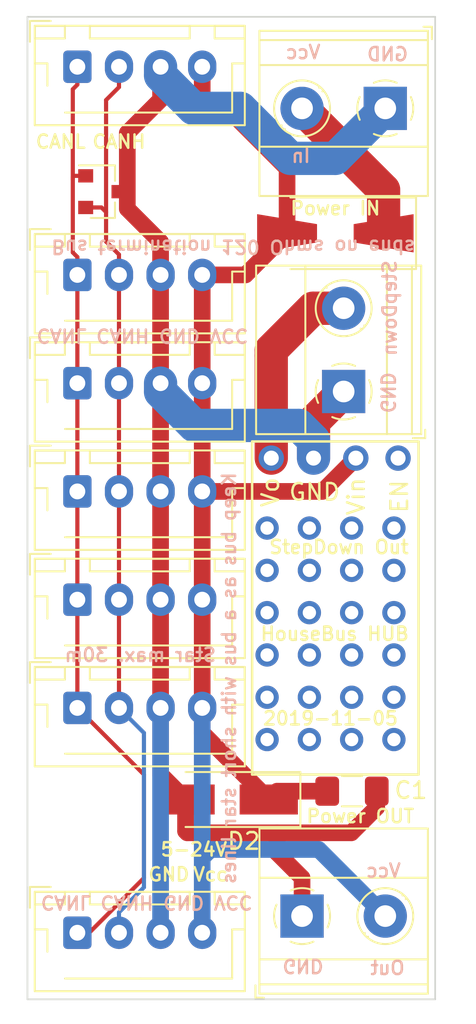
<source format=kicad_pcb>
(kicad_pcb (version 20171130) (host pcbnew 5.1.4)

  (general
    (thickness 1.6)
    (drawings 27)
    (tracks 122)
    (zones 0)
    (modules 17)
    (nets 7)
  )

  (page A4)
  (layers
    (0 F.Cu signal)
    (31 B.Cu signal)
    (32 B.Adhes user)
    (33 F.Adhes user)
    (34 B.Paste user)
    (35 F.Paste user)
    (36 B.SilkS user)
    (37 F.SilkS user)
    (38 B.Mask user)
    (39 F.Mask user)
    (40 Dwgs.User user)
    (41 Cmts.User user)
    (42 Eco1.User user)
    (43 Eco2.User user)
    (44 Edge.Cuts user)
    (45 Margin user)
    (46 B.CrtYd user)
    (47 F.CrtYd user)
    (48 B.Fab user)
    (49 F.Fab user)
  )

  (setup
    (last_trace_width 2)
    (user_trace_width 1)
    (user_trace_width 2)
    (trace_clearance 0.2)
    (zone_clearance 0.508)
    (zone_45_only no)
    (trace_min 0.2)
    (via_size 0.8)
    (via_drill 0.4)
    (via_min_size 0.4)
    (via_min_drill 0.3)
    (user_via 1.4 0.8)
    (uvia_size 0.3)
    (uvia_drill 0.1)
    (uvias_allowed no)
    (uvia_min_size 0.2)
    (uvia_min_drill 0.1)
    (edge_width 0.05)
    (segment_width 0.2)
    (pcb_text_width 0.3)
    (pcb_text_size 1.5 1.5)
    (mod_edge_width 0.12)
    (mod_text_size 1 1)
    (mod_text_width 0.15)
    (pad_size 1.524 1.524)
    (pad_drill 0.762)
    (pad_to_mask_clearance 0.051)
    (solder_mask_min_width 0.25)
    (aux_axis_origin 0 0)
    (visible_elements FFFFFF7F)
    (pcbplotparams
      (layerselection 0x010fc_ffffffff)
      (usegerberextensions false)
      (usegerberattributes false)
      (usegerberadvancedattributes false)
      (creategerberjobfile false)
      (excludeedgelayer true)
      (linewidth 0.100000)
      (plotframeref false)
      (viasonmask false)
      (mode 1)
      (useauxorigin false)
      (hpglpennumber 1)
      (hpglpenspeed 20)
      (hpglpendiameter 15.000000)
      (psnegative false)
      (psa4output false)
      (plotreference true)
      (plotvalue true)
      (plotinvisibletext false)
      (padsonsilk false)
      (subtractmaskfromsilk false)
      (outputformat 1)
      (mirror false)
      (drillshape 1)
      (scaleselection 1)
      (outputdirectory ""))
  )

  (net 0 "")
  (net 1 VCC)
  (net 2 GND)
  (net 3 CANH)
  (net 4 CANL)
  (net 5 "Net-(D1-Pad1)")
  (net 6 "Net-(J10-Pad2)")

  (net_class Default "Dies ist die voreingestellte Netzklasse."
    (clearance 0.2)
    (trace_width 0.25)
    (via_dia 0.8)
    (via_drill 0.4)
    (uvia_dia 0.3)
    (uvia_drill 0.1)
    (add_net CANH)
    (add_net CANL)
    (add_net GND)
    (add_net "Net-(D1-Pad1)")
    (add_net "Net-(J10-Pad2)")
    (add_net VCC)
  )

  (module Capacitor_SMD:C_1206_3216Metric_Pad1.42x1.75mm_HandSolder (layer F.Cu) (tedit 5B301BBE) (tstamp 5DC20AE5)
    (at 94 92)
    (descr "Capacitor SMD 1206 (3216 Metric), square (rectangular) end terminal, IPC_7351 nominal with elongated pad for handsoldering. (Body size source: http://www.tortai-tech.com/upload/download/2011102023233369053.pdf), generated with kicad-footprint-generator")
    (tags "capacitor handsolder")
    (path /5DC5E6F7)
    (attr smd)
    (fp_text reference C1 (at 3.536 -0.052) (layer F.SilkS)
      (effects (font (size 1 1) (thickness 0.15)))
    )
    (fp_text value 10µ (at 0 1.82) (layer F.Fab)
      (effects (font (size 1 1) (thickness 0.15)))
    )
    (fp_text user %R (at 0 0) (layer F.Fab)
      (effects (font (size 0.8 0.8) (thickness 0.12)))
    )
    (fp_line (start 2.45 1.12) (end -2.45 1.12) (layer F.CrtYd) (width 0.05))
    (fp_line (start 2.45 -1.12) (end 2.45 1.12) (layer F.CrtYd) (width 0.05))
    (fp_line (start -2.45 -1.12) (end 2.45 -1.12) (layer F.CrtYd) (width 0.05))
    (fp_line (start -2.45 1.12) (end -2.45 -1.12) (layer F.CrtYd) (width 0.05))
    (fp_line (start -0.602064 0.91) (end 0.602064 0.91) (layer F.SilkS) (width 0.12))
    (fp_line (start -0.602064 -0.91) (end 0.602064 -0.91) (layer F.SilkS) (width 0.12))
    (fp_line (start 1.6 0.8) (end -1.6 0.8) (layer F.Fab) (width 0.1))
    (fp_line (start 1.6 -0.8) (end 1.6 0.8) (layer F.Fab) (width 0.1))
    (fp_line (start -1.6 -0.8) (end 1.6 -0.8) (layer F.Fab) (width 0.1))
    (fp_line (start -1.6 0.8) (end -1.6 -0.8) (layer F.Fab) (width 0.1))
    (pad 2 smd roundrect (at 1.4875 0) (size 1.425 1.75) (layers F.Cu F.Paste F.Mask) (roundrect_rratio 0.175439)
      (net 2 GND))
    (pad 1 smd roundrect (at -1.4875 0) (size 1.425 1.75) (layers F.Cu F.Paste F.Mask) (roundrect_rratio 0.175439)
      (net 1 VCC))
    (model ${KISYS3DMOD}/Capacitor_SMD.3dshapes/C_1206_3216Metric.wrl
      (at (xyz 0 0 0))
      (scale (xyz 1 1 1))
      (rotate (xyz 0 0 0))
    )
  )

  (module Package_TO_SOT_SMD:SOT-23 (layer F.Cu) (tedit 5A02FF57) (tstamp 5DC1FBCF)
    (at 79 56)
    (descr "SOT-23, Standard")
    (tags SOT-23)
    (path /5DC50C64)
    (attr smd)
    (fp_text reference D3 (at 0 -2.5) (layer F.SilkS) hide
      (effects (font (size 1 1) (thickness 0.15)))
    )
    (fp_text value D_TVS_x2_AAC (at 0 2.5) (layer F.Fab)
      (effects (font (size 1 1) (thickness 0.15)))
    )
    (fp_line (start 0.76 1.58) (end -0.7 1.58) (layer F.SilkS) (width 0.12))
    (fp_line (start 0.76 -1.58) (end -1.4 -1.58) (layer F.SilkS) (width 0.12))
    (fp_line (start -1.7 1.75) (end -1.7 -1.75) (layer F.CrtYd) (width 0.05))
    (fp_line (start 1.7 1.75) (end -1.7 1.75) (layer F.CrtYd) (width 0.05))
    (fp_line (start 1.7 -1.75) (end 1.7 1.75) (layer F.CrtYd) (width 0.05))
    (fp_line (start -1.7 -1.75) (end 1.7 -1.75) (layer F.CrtYd) (width 0.05))
    (fp_line (start 0.76 -1.58) (end 0.76 -0.65) (layer F.SilkS) (width 0.12))
    (fp_line (start 0.76 1.58) (end 0.76 0.65) (layer F.SilkS) (width 0.12))
    (fp_line (start -0.7 1.52) (end 0.7 1.52) (layer F.Fab) (width 0.1))
    (fp_line (start 0.7 -1.52) (end 0.7 1.52) (layer F.Fab) (width 0.1))
    (fp_line (start -0.7 -0.95) (end -0.15 -1.52) (layer F.Fab) (width 0.1))
    (fp_line (start -0.15 -1.52) (end 0.7 -1.52) (layer F.Fab) (width 0.1))
    (fp_line (start -0.7 -0.95) (end -0.7 1.5) (layer F.Fab) (width 0.1))
    (fp_text user %R (at 0 0 90) (layer F.Fab)
      (effects (font (size 0.5 0.5) (thickness 0.075)))
    )
    (pad 3 smd rect (at 1 0) (size 0.9 0.8) (layers F.Cu F.Paste F.Mask)
      (net 2 GND))
    (pad 2 smd rect (at -1 0.95) (size 0.9 0.8) (layers F.Cu F.Paste F.Mask)
      (net 3 CANH))
    (pad 1 smd rect (at -1 -0.95) (size 0.9 0.8) (layers F.Cu F.Paste F.Mask)
      (net 4 CANL))
    (model ${KISYS3DMOD}/Package_TO_SOT_SMD.3dshapes/SOT-23.wrl
      (at (xyz 0 0 0))
      (scale (xyz 1 1 1))
      (rotate (xyz 0 0 0))
    )
  )

  (module Diode_SMD:D_SMA_Handsoldering (layer F.Cu) (tedit 58643398) (tstamp 5DC1FBBA)
    (at 86.5 92.5 180)
    (descr "Diode SMA (DO-214AC) Handsoldering")
    (tags "Diode SMA (DO-214AC) Handsoldering")
    (path /5DC54C6C)
    (attr smd)
    (fp_text reference D2 (at -1 -2.5) (layer F.SilkS)
      (effects (font (size 1 1) (thickness 0.15)))
    )
    (fp_text value D_TVS (at 0 2.6) (layer F.Fab)
      (effects (font (size 1 1) (thickness 0.15)))
    )
    (fp_line (start -4.4 -1.65) (end 2.5 -1.65) (layer F.SilkS) (width 0.12))
    (fp_line (start -4.4 1.65) (end 2.5 1.65) (layer F.SilkS) (width 0.12))
    (fp_line (start -0.64944 0.00102) (end 0.50118 -0.79908) (layer F.Fab) (width 0.1))
    (fp_line (start -0.64944 0.00102) (end 0.50118 0.75032) (layer F.Fab) (width 0.1))
    (fp_line (start 0.50118 0.75032) (end 0.50118 -0.79908) (layer F.Fab) (width 0.1))
    (fp_line (start -0.64944 -0.79908) (end -0.64944 0.80112) (layer F.Fab) (width 0.1))
    (fp_line (start 0.50118 0.00102) (end 1.4994 0.00102) (layer F.Fab) (width 0.1))
    (fp_line (start -0.64944 0.00102) (end -1.55114 0.00102) (layer F.Fab) (width 0.1))
    (fp_line (start -4.5 1.75) (end -4.5 -1.75) (layer F.CrtYd) (width 0.05))
    (fp_line (start 4.5 1.75) (end -4.5 1.75) (layer F.CrtYd) (width 0.05))
    (fp_line (start 4.5 -1.75) (end 4.5 1.75) (layer F.CrtYd) (width 0.05))
    (fp_line (start -4.5 -1.75) (end 4.5 -1.75) (layer F.CrtYd) (width 0.05))
    (fp_line (start 2.3 -1.5) (end -2.3 -1.5) (layer F.Fab) (width 0.1))
    (fp_line (start 2.3 -1.5) (end 2.3 1.5) (layer F.Fab) (width 0.1))
    (fp_line (start -2.3 1.5) (end -2.3 -1.5) (layer F.Fab) (width 0.1))
    (fp_line (start 2.3 1.5) (end -2.3 1.5) (layer F.Fab) (width 0.1))
    (fp_line (start -4.4 -1.65) (end -4.4 1.65) (layer F.SilkS) (width 0.12))
    (fp_text user %R (at 0 -2.5) (layer F.Fab)
      (effects (font (size 1 1) (thickness 0.15)))
    )
    (pad 2 smd rect (at 2.5 0 180) (size 3.5 1.8) (layers F.Cu F.Paste F.Mask)
      (net 2 GND))
    (pad 1 smd rect (at -2.5 0 180) (size 3.5 1.8) (layers F.Cu F.Paste F.Mask)
      (net 1 VCC))
    (model ${KISYS3DMOD}/Diode_SMD.3dshapes/D_SMA.wrl
      (at (xyz 0 0 0))
      (scale (xyz 1 1 1))
      (rotate (xyz 0 0 0))
    )
  )

  (module MountingHole:MountingHole_3.2mm_M3 (layer F.Cu) (tedit 56D1B4CB) (tstamp 5DC1EF7C)
    (at 78 94.5)
    (descr "Mounting Hole 3.2mm, no annular, M3")
    (tags "mounting hole 3.2mm no annular m3")
    (path /5DC48CD8)
    (attr virtual)
    (fp_text reference H2 (at 0 -4.2) (layer F.SilkS) hide
      (effects (font (size 1 1) (thickness 0.15)))
    )
    (fp_text value MountingHole (at 0 4.2) (layer F.Fab)
      (effects (font (size 1 1) (thickness 0.15)))
    )
    (fp_circle (center 0 0) (end 3.45 0) (layer F.CrtYd) (width 0.05))
    (fp_circle (center 0 0) (end 3.2 0) (layer Cmts.User) (width 0.15))
    (fp_text user %R (at 0.3 0) (layer F.Fab)
      (effects (font (size 1 1) (thickness 0.15)))
    )
    (pad 1 np_thru_hole circle (at 0 0) (size 3.2 3.2) (drill 3.2) (layers *.Cu *.Mask))
  )

  (module MountingHole:MountingHole_3.2mm_M3 (layer F.Cu) (tedit 56D1B4CB) (tstamp 5DC1EF74)
    (at 85 55.5)
    (descr "Mounting Hole 3.2mm, no annular, M3")
    (tags "mounting hole 3.2mm no annular m3")
    (path /5DC48A99)
    (attr virtual)
    (fp_text reference H1 (at 0 -4.2) (layer F.SilkS) hide
      (effects (font (size 1 1) (thickness 0.15)))
    )
    (fp_text value MountingHole (at 0 4.2) (layer F.Fab)
      (effects (font (size 1 1) (thickness 0.15)))
    )
    (fp_circle (center 0 0) (end 3.45 0) (layer F.CrtYd) (width 0.05))
    (fp_circle (center 0 0) (end 3.2 0) (layer Cmts.User) (width 0.15))
    (fp_text user %R (at 0.3 0) (layer F.Fab)
      (effects (font (size 1 1) (thickness 0.15)))
    )
    (pad 1 np_thru_hole circle (at 0 0) (size 3.2 3.2) (drill 3.2) (layers *.Cu *.Mask))
  )

  (module stepdown:MP2315-Mini (layer F.Cu) (tedit 5DC17BFD) (tstamp 5DC1DDF3)
    (at 93 81)
    (path /5DC3CF1D)
    (fp_text reference U1 (at 0 0.5) (layer F.SilkS) hide
      (effects (font (size 1 1) (thickness 0.15)))
    )
    (fp_text value MP2315-Mini-Module (at 0 -0.5) (layer F.Fab)
      (effects (font (size 1 1) (thickness 0.15)))
    )
    (fp_text user EN (at 3.85 -6.7 90) (layer F.SilkS)
      (effects (font (size 1 1) (thickness 0.15)))
    )
    (fp_text user Vin (at 1.25 -6.7 90) (layer F.SilkS)
      (effects (font (size 1 1) (thickness 0.15)))
    )
    (fp_text user GND (at -1.25 -6.959 180) (layer F.SilkS)
      (effects (font (size 1 1) (thickness 0.15)))
    )
    (fp_text user Vo (at -3.9 -6.95 90) (layer F.SilkS)
      (effects (font (size 1 1) (thickness 0.15)))
    )
    (fp_line (start -5 10) (end -5 -10) (layer F.SilkS) (width 0.15))
    (fp_line (start 5 10) (end -5 10) (layer F.SilkS) (width 0.15))
    (fp_line (start 5 -10) (end 5 10) (layer F.SilkS) (width 0.15))
    (fp_line (start -5 -10) (end 5 -10) (layer F.SilkS) (width 0.15))
    (pad 4 thru_hole circle (at 3.77 -9) (size 1.524 1.524) (drill 0.9) (layers *.Cu *.Mask))
    (pad 3 thru_hole circle (at 1.23 -9) (size 1.524 1.524) (drill 0.9) (layers *.Cu *.Mask)
      (net 1 VCC))
    (pad 2 thru_hole circle (at -1.31 -9) (size 1.524 1.524) (drill 0.9) (layers *.Cu *.Mask)
      (net 2 GND))
    (pad 1 thru_hole circle (at -3.85 -9) (size 1.524 1.524) (drill 0.9) (layers *.Cu *.Mask)
      (net 6 "Net-(J10-Pad2)"))
  )

  (module TerminalBlock_Phoenix:TerminalBlock_Phoenix_MKDS-1,5-2_1x02_P5.00mm_Horizontal (layer F.Cu) (tedit 5B294EE5) (tstamp 5DC1DDE3)
    (at 93.5 68 90)
    (descr "Terminal Block Phoenix MKDS-1,5-2, 2 pins, pitch 5mm, size 10x9.8mm^2, drill diamater 1.3mm, pad diameter 2.6mm, see http://www.farnell.com/datasheets/100425.pdf, script-generated using https://github.com/pointhi/kicad-footprint-generator/scripts/TerminalBlock_Phoenix")
    (tags "THT Terminal Block Phoenix MKDS-1,5-2 pitch 5mm size 10x9.8mm^2 drill 1.3mm pad 2.6mm")
    (path /5DC42D35)
    (fp_text reference J10 (at 2.5 -6.26 90) (layer F.SilkS) hide
      (effects (font (size 1 1) (thickness 0.15)))
    )
    (fp_text value "Power OUT" (at 2.5 5.66 90) (layer F.Fab)
      (effects (font (size 1 1) (thickness 0.15)))
    )
    (fp_text user %R (at 2.5 3.2 90) (layer F.Fab)
      (effects (font (size 1 1) (thickness 0.15)))
    )
    (fp_line (start 8 -5.71) (end -3 -5.71) (layer F.CrtYd) (width 0.05))
    (fp_line (start 8 5.1) (end 8 -5.71) (layer F.CrtYd) (width 0.05))
    (fp_line (start -3 5.1) (end 8 5.1) (layer F.CrtYd) (width 0.05))
    (fp_line (start -3 -5.71) (end -3 5.1) (layer F.CrtYd) (width 0.05))
    (fp_line (start -2.8 4.9) (end -2.3 4.9) (layer F.SilkS) (width 0.12))
    (fp_line (start -2.8 4.16) (end -2.8 4.9) (layer F.SilkS) (width 0.12))
    (fp_line (start 3.773 1.023) (end 3.726 1.069) (layer F.SilkS) (width 0.12))
    (fp_line (start 6.07 -1.275) (end 6.035 -1.239) (layer F.SilkS) (width 0.12))
    (fp_line (start 3.966 1.239) (end 3.931 1.274) (layer F.SilkS) (width 0.12))
    (fp_line (start 6.275 -1.069) (end 6.228 -1.023) (layer F.SilkS) (width 0.12))
    (fp_line (start 5.955 -1.138) (end 3.863 0.955) (layer F.Fab) (width 0.1))
    (fp_line (start 6.138 -0.955) (end 4.046 1.138) (layer F.Fab) (width 0.1))
    (fp_line (start 0.955 -1.138) (end -1.138 0.955) (layer F.Fab) (width 0.1))
    (fp_line (start 1.138 -0.955) (end -0.955 1.138) (layer F.Fab) (width 0.1))
    (fp_line (start 7.56 -5.261) (end 7.56 4.66) (layer F.SilkS) (width 0.12))
    (fp_line (start -2.56 -5.261) (end -2.56 4.66) (layer F.SilkS) (width 0.12))
    (fp_line (start -2.56 4.66) (end 7.56 4.66) (layer F.SilkS) (width 0.12))
    (fp_line (start -2.56 -5.261) (end 7.56 -5.261) (layer F.SilkS) (width 0.12))
    (fp_line (start -2.56 -2.301) (end 7.56 -2.301) (layer F.SilkS) (width 0.12))
    (fp_line (start -2.5 -2.3) (end 7.5 -2.3) (layer F.Fab) (width 0.1))
    (fp_line (start -2.56 2.6) (end 7.56 2.6) (layer F.SilkS) (width 0.12))
    (fp_line (start -2.5 2.6) (end 7.5 2.6) (layer F.Fab) (width 0.1))
    (fp_line (start -2.56 4.1) (end 7.56 4.1) (layer F.SilkS) (width 0.12))
    (fp_line (start -2.5 4.1) (end 7.5 4.1) (layer F.Fab) (width 0.1))
    (fp_line (start -2.5 4.1) (end -2.5 -5.2) (layer F.Fab) (width 0.1))
    (fp_line (start -2 4.6) (end -2.5 4.1) (layer F.Fab) (width 0.1))
    (fp_line (start 7.5 4.6) (end -2 4.6) (layer F.Fab) (width 0.1))
    (fp_line (start 7.5 -5.2) (end 7.5 4.6) (layer F.Fab) (width 0.1))
    (fp_line (start -2.5 -5.2) (end 7.5 -5.2) (layer F.Fab) (width 0.1))
    (fp_circle (center 5 0) (end 6.68 0) (layer F.SilkS) (width 0.12))
    (fp_circle (center 5 0) (end 6.5 0) (layer F.Fab) (width 0.1))
    (fp_circle (center 0 0) (end 1.5 0) (layer F.Fab) (width 0.1))
    (fp_arc (start 0 0) (end -0.684 1.535) (angle -25) (layer F.SilkS) (width 0.12))
    (fp_arc (start 0 0) (end -1.535 -0.684) (angle -48) (layer F.SilkS) (width 0.12))
    (fp_arc (start 0 0) (end 0.684 -1.535) (angle -48) (layer F.SilkS) (width 0.12))
    (fp_arc (start 0 0) (end 1.535 0.684) (angle -48) (layer F.SilkS) (width 0.12))
    (fp_arc (start 0 0) (end 0 1.68) (angle -24) (layer F.SilkS) (width 0.12))
    (pad 2 thru_hole circle (at 5 0 90) (size 2.6 2.6) (drill 1.3) (layers *.Cu *.Mask)
      (net 6 "Net-(J10-Pad2)"))
    (pad 1 thru_hole rect (at 0 0 90) (size 2.6 2.6) (drill 1.3) (layers *.Cu *.Mask)
      (net 2 GND))
    (model ${KISYS3DMOD}/TerminalBlock_Phoenix.3dshapes/TerminalBlock_Phoenix_MKDS-1,5-2_1x02_P5.00mm_Horizontal.wrl
      (at (xyz 0 0 0))
      (scale (xyz 1 1 1))
      (rotate (xyz 0 0 0))
    )
  )

  (module Connector_JST:JST_XH_B4B-XH-AM_1x04_P2.50mm_Vertical (layer F.Cu) (tedit 5C28146E) (tstamp 5DC18803)
    (at 77.5 100.5)
    (descr "JST XH series connector, B4B-XH-AM, with boss (http://www.jst-mfg.com/product/pdf/eng/eXH.pdf), generated with kicad-footprint-generator")
    (tags "connector JST XH vertical boss")
    (path /5DC3B49C)
    (fp_text reference J9 (at 3.75 -3.55) (layer F.SilkS) hide
      (effects (font (size 1 1) (thickness 0.15)))
    )
    (fp_text value Conn_01x04 (at 3.75 4.6) (layer F.Fab)
      (effects (font (size 1 1) (thickness 0.15)))
    )
    (fp_text user %R (at 3.75 2.7) (layer F.Fab)
      (effects (font (size 1 1) (thickness 0.15)))
    )
    (fp_line (start -2.85 -2.75) (end -2.85 -1.5) (layer F.SilkS) (width 0.12))
    (fp_line (start -1.6 -2.75) (end -2.85 -2.75) (layer F.SilkS) (width 0.12))
    (fp_line (start 9.3 2.75) (end 3.75 2.75) (layer F.SilkS) (width 0.12))
    (fp_line (start 9.3 -0.2) (end 9.3 2.75) (layer F.SilkS) (width 0.12))
    (fp_line (start 10.05 -0.2) (end 9.3 -0.2) (layer F.SilkS) (width 0.12))
    (fp_line (start 3.75 2.75) (end -0.74 2.75) (layer F.SilkS) (width 0.12))
    (fp_line (start -1.8 -0.2) (end -1.8 1.14) (layer F.SilkS) (width 0.12))
    (fp_line (start -2.55 -0.2) (end -1.8 -0.2) (layer F.SilkS) (width 0.12))
    (fp_line (start 10.05 -2.45) (end 8.25 -2.45) (layer F.SilkS) (width 0.12))
    (fp_line (start 10.05 -1.7) (end 10.05 -2.45) (layer F.SilkS) (width 0.12))
    (fp_line (start 8.25 -1.7) (end 10.05 -1.7) (layer F.SilkS) (width 0.12))
    (fp_line (start 8.25 -2.45) (end 8.25 -1.7) (layer F.SilkS) (width 0.12))
    (fp_line (start -0.75 -2.45) (end -2.55 -2.45) (layer F.SilkS) (width 0.12))
    (fp_line (start -0.75 -1.7) (end -0.75 -2.45) (layer F.SilkS) (width 0.12))
    (fp_line (start -2.55 -1.7) (end -0.75 -1.7) (layer F.SilkS) (width 0.12))
    (fp_line (start -2.55 -2.45) (end -2.55 -1.7) (layer F.SilkS) (width 0.12))
    (fp_line (start 6.75 -2.45) (end 0.75 -2.45) (layer F.SilkS) (width 0.12))
    (fp_line (start 6.75 -1.7) (end 6.75 -2.45) (layer F.SilkS) (width 0.12))
    (fp_line (start 0.75 -1.7) (end 6.75 -1.7) (layer F.SilkS) (width 0.12))
    (fp_line (start 0.75 -2.45) (end 0.75 -1.7) (layer F.SilkS) (width 0.12))
    (fp_line (start 0 -1.35) (end 0.625 -2.35) (layer F.Fab) (width 0.1))
    (fp_line (start -0.625 -2.35) (end 0 -1.35) (layer F.Fab) (width 0.1))
    (fp_line (start 10.45 -2.85) (end -2.95 -2.85) (layer F.CrtYd) (width 0.05))
    (fp_line (start 10.45 3.9) (end 10.45 -2.85) (layer F.CrtYd) (width 0.05))
    (fp_line (start -2.95 3.9) (end 10.45 3.9) (layer F.CrtYd) (width 0.05))
    (fp_line (start -2.95 -2.85) (end -2.95 3.9) (layer F.CrtYd) (width 0.05))
    (fp_line (start 10.06 -2.46) (end -2.56 -2.46) (layer F.SilkS) (width 0.12))
    (fp_line (start 10.06 3.51) (end 10.06 -2.46) (layer F.SilkS) (width 0.12))
    (fp_line (start -2.56 3.51) (end 10.06 3.51) (layer F.SilkS) (width 0.12))
    (fp_line (start -2.56 -2.46) (end -2.56 3.51) (layer F.SilkS) (width 0.12))
    (fp_line (start 9.95 -2.35) (end -2.45 -2.35) (layer F.Fab) (width 0.1))
    (fp_line (start 9.95 3.4) (end 9.95 -2.35) (layer F.Fab) (width 0.1))
    (fp_line (start -2.45 3.4) (end 9.95 3.4) (layer F.Fab) (width 0.1))
    (fp_line (start -2.45 -2.35) (end -2.45 3.4) (layer F.Fab) (width 0.1))
    (pad "" np_thru_hole circle (at -1.6 2) (size 1.2 1.2) (drill 1.2) (layers *.Cu *.Mask))
    (pad 4 thru_hole oval (at 7.5 0) (size 1.7 1.95) (drill 0.95) (layers *.Cu *.Mask)
      (net 1 VCC))
    (pad 3 thru_hole oval (at 5 0) (size 1.7 1.95) (drill 0.95) (layers *.Cu *.Mask)
      (net 2 GND))
    (pad 2 thru_hole oval (at 2.5 0) (size 1.7 1.95) (drill 0.95) (layers *.Cu *.Mask)
      (net 3 CANH))
    (pad 1 thru_hole roundrect (at 0 0) (size 1.7 1.95) (drill 0.95) (layers *.Cu *.Mask) (roundrect_rratio 0.147059)
      (net 4 CANL))
    (model ${KISYS3DMOD}/Connector_JST.3dshapes/JST_XH_B4B-XH-AM_1x04_P2.50mm_Vertical.wrl
      (at (xyz 0 0 0))
      (scale (xyz 1 1 1))
      (rotate (xyz 0 0 0))
    )
  )

  (module TerminalBlock_Phoenix:TerminalBlock_Phoenix_MKDS-1,5-2_1x02_P5.00mm_Horizontal (layer F.Cu) (tedit 5B294EE5) (tstamp 5DC17A95)
    (at 91 99.5)
    (descr "Terminal Block Phoenix MKDS-1,5-2, 2 pins, pitch 5mm, size 10x9.8mm^2, drill diamater 1.3mm, pad diameter 2.6mm, see http://www.farnell.com/datasheets/100425.pdf, script-generated using https://github.com/pointhi/kicad-footprint-generator/scripts/TerminalBlock_Phoenix")
    (tags "THT Terminal Block Phoenix MKDS-1,5-2 pitch 5mm size 10x9.8mm^2 drill 1.3mm pad 2.6mm")
    (path /5DC2E36C)
    (fp_text reference J8 (at 2.5 -6.26) (layer F.SilkS) hide
      (effects (font (size 1 1) (thickness 0.15)))
    )
    (fp_text value "Power OUT" (at 2.5 5.66) (layer F.Fab)
      (effects (font (size 1 1) (thickness 0.15)))
    )
    (fp_text user %R (at 2.5 3.2) (layer F.Fab)
      (effects (font (size 1 1) (thickness 0.15)))
    )
    (fp_line (start 8 -5.71) (end -3 -5.71) (layer F.CrtYd) (width 0.05))
    (fp_line (start 8 5.1) (end 8 -5.71) (layer F.CrtYd) (width 0.05))
    (fp_line (start -3 5.1) (end 8 5.1) (layer F.CrtYd) (width 0.05))
    (fp_line (start -3 -5.71) (end -3 5.1) (layer F.CrtYd) (width 0.05))
    (fp_line (start -2.8 4.9) (end -2.3 4.9) (layer F.SilkS) (width 0.12))
    (fp_line (start -2.8 4.16) (end -2.8 4.9) (layer F.SilkS) (width 0.12))
    (fp_line (start 3.773 1.023) (end 3.726 1.069) (layer F.SilkS) (width 0.12))
    (fp_line (start 6.07 -1.275) (end 6.035 -1.239) (layer F.SilkS) (width 0.12))
    (fp_line (start 3.966 1.239) (end 3.931 1.274) (layer F.SilkS) (width 0.12))
    (fp_line (start 6.275 -1.069) (end 6.228 -1.023) (layer F.SilkS) (width 0.12))
    (fp_line (start 5.955 -1.138) (end 3.863 0.955) (layer F.Fab) (width 0.1))
    (fp_line (start 6.138 -0.955) (end 4.046 1.138) (layer F.Fab) (width 0.1))
    (fp_line (start 0.955 -1.138) (end -1.138 0.955) (layer F.Fab) (width 0.1))
    (fp_line (start 1.138 -0.955) (end -0.955 1.138) (layer F.Fab) (width 0.1))
    (fp_line (start 7.56 -5.261) (end 7.56 4.66) (layer F.SilkS) (width 0.12))
    (fp_line (start -2.56 -5.261) (end -2.56 4.66) (layer F.SilkS) (width 0.12))
    (fp_line (start -2.56 4.66) (end 7.56 4.66) (layer F.SilkS) (width 0.12))
    (fp_line (start -2.56 -5.261) (end 7.56 -5.261) (layer F.SilkS) (width 0.12))
    (fp_line (start -2.56 -2.301) (end 7.56 -2.301) (layer F.SilkS) (width 0.12))
    (fp_line (start -2.5 -2.3) (end 7.5 -2.3) (layer F.Fab) (width 0.1))
    (fp_line (start -2.56 2.6) (end 7.56 2.6) (layer F.SilkS) (width 0.12))
    (fp_line (start -2.5 2.6) (end 7.5 2.6) (layer F.Fab) (width 0.1))
    (fp_line (start -2.56 4.1) (end 7.56 4.1) (layer F.SilkS) (width 0.12))
    (fp_line (start -2.5 4.1) (end 7.5 4.1) (layer F.Fab) (width 0.1))
    (fp_line (start -2.5 4.1) (end -2.5 -5.2) (layer F.Fab) (width 0.1))
    (fp_line (start -2 4.6) (end -2.5 4.1) (layer F.Fab) (width 0.1))
    (fp_line (start 7.5 4.6) (end -2 4.6) (layer F.Fab) (width 0.1))
    (fp_line (start 7.5 -5.2) (end 7.5 4.6) (layer F.Fab) (width 0.1))
    (fp_line (start -2.5 -5.2) (end 7.5 -5.2) (layer F.Fab) (width 0.1))
    (fp_circle (center 5 0) (end 6.68 0) (layer F.SilkS) (width 0.12))
    (fp_circle (center 5 0) (end 6.5 0) (layer F.Fab) (width 0.1))
    (fp_circle (center 0 0) (end 1.5 0) (layer F.Fab) (width 0.1))
    (fp_arc (start 0 0) (end -0.684 1.535) (angle -25) (layer F.SilkS) (width 0.12))
    (fp_arc (start 0 0) (end -1.535 -0.684) (angle -48) (layer F.SilkS) (width 0.12))
    (fp_arc (start 0 0) (end 0.684 -1.535) (angle -48) (layer F.SilkS) (width 0.12))
    (fp_arc (start 0 0) (end 1.535 0.684) (angle -48) (layer F.SilkS) (width 0.12))
    (fp_arc (start 0 0) (end 0 1.68) (angle -24) (layer F.SilkS) (width 0.12))
    (pad 2 thru_hole circle (at 5 0) (size 2.6 2.6) (drill 1.3) (layers *.Cu *.Mask)
      (net 1 VCC))
    (pad 1 thru_hole rect (at 0 0) (size 2.6 2.6) (drill 1.3) (layers *.Cu *.Mask)
      (net 2 GND))
    (model ${KISYS3DMOD}/TerminalBlock_Phoenix.3dshapes/TerminalBlock_Phoenix_MKDS-1,5-2_1x02_P5.00mm_Horizontal.wrl
      (at (xyz 0 0 0))
      (scale (xyz 1 1 1))
      (rotate (xyz 0 0 0))
    )
  )

  (module TerminalBlock_Phoenix:TerminalBlock_Phoenix_MKDS-1,5-2_1x02_P5.00mm_Horizontal (layer F.Cu) (tedit 5B294EE5) (tstamp 5DC17A69)
    (at 96 51 180)
    (descr "Terminal Block Phoenix MKDS-1,5-2, 2 pins, pitch 5mm, size 10x9.8mm^2, drill diamater 1.3mm, pad diameter 2.6mm, see http://www.farnell.com/datasheets/100425.pdf, script-generated using https://github.com/pointhi/kicad-footprint-generator/scripts/TerminalBlock_Phoenix")
    (tags "THT Terminal Block Phoenix MKDS-1,5-2 pitch 5mm size 10x9.8mm^2 drill 1.3mm pad 2.6mm")
    (path /5DC2DAA4)
    (fp_text reference J7 (at 2.5 -6.26) (layer F.SilkS) hide
      (effects (font (size 1 1) (thickness 0.15)))
    )
    (fp_text value "Power IN" (at 2.5 5.66) (layer F.Fab)
      (effects (font (size 1 1) (thickness 0.15)))
    )
    (fp_text user %R (at 2.5 3.2) (layer F.Fab)
      (effects (font (size 1 1) (thickness 0.15)))
    )
    (fp_line (start 8 -5.71) (end -3 -5.71) (layer F.CrtYd) (width 0.05))
    (fp_line (start 8 5.1) (end 8 -5.71) (layer F.CrtYd) (width 0.05))
    (fp_line (start -3 5.1) (end 8 5.1) (layer F.CrtYd) (width 0.05))
    (fp_line (start -3 -5.71) (end -3 5.1) (layer F.CrtYd) (width 0.05))
    (fp_line (start -2.8 4.9) (end -2.3 4.9) (layer F.SilkS) (width 0.12))
    (fp_line (start -2.8 4.16) (end -2.8 4.9) (layer F.SilkS) (width 0.12))
    (fp_line (start 3.773 1.023) (end 3.726 1.069) (layer F.SilkS) (width 0.12))
    (fp_line (start 6.07 -1.275) (end 6.035 -1.239) (layer F.SilkS) (width 0.12))
    (fp_line (start 3.966 1.239) (end 3.931 1.274) (layer F.SilkS) (width 0.12))
    (fp_line (start 6.275 -1.069) (end 6.228 -1.023) (layer F.SilkS) (width 0.12))
    (fp_line (start 5.955 -1.138) (end 3.863 0.955) (layer F.Fab) (width 0.1))
    (fp_line (start 6.138 -0.955) (end 4.046 1.138) (layer F.Fab) (width 0.1))
    (fp_line (start 0.955 -1.138) (end -1.138 0.955) (layer F.Fab) (width 0.1))
    (fp_line (start 1.138 -0.955) (end -0.955 1.138) (layer F.Fab) (width 0.1))
    (fp_line (start 7.56 -5.261) (end 7.56 4.66) (layer F.SilkS) (width 0.12))
    (fp_line (start -2.56 -5.261) (end -2.56 4.66) (layer F.SilkS) (width 0.12))
    (fp_line (start -2.56 4.66) (end 7.56 4.66) (layer F.SilkS) (width 0.12))
    (fp_line (start -2.56 -5.261) (end 7.56 -5.261) (layer F.SilkS) (width 0.12))
    (fp_line (start -2.56 -2.301) (end 7.56 -2.301) (layer F.SilkS) (width 0.12))
    (fp_line (start -2.5 -2.3) (end 7.5 -2.3) (layer F.Fab) (width 0.1))
    (fp_line (start -2.56 2.6) (end 7.56 2.6) (layer F.SilkS) (width 0.12))
    (fp_line (start -2.5 2.6) (end 7.5 2.6) (layer F.Fab) (width 0.1))
    (fp_line (start -2.56 4.1) (end 7.56 4.1) (layer F.SilkS) (width 0.12))
    (fp_line (start -2.5 4.1) (end 7.5 4.1) (layer F.Fab) (width 0.1))
    (fp_line (start -2.5 4.1) (end -2.5 -5.2) (layer F.Fab) (width 0.1))
    (fp_line (start -2 4.6) (end -2.5 4.1) (layer F.Fab) (width 0.1))
    (fp_line (start 7.5 4.6) (end -2 4.6) (layer F.Fab) (width 0.1))
    (fp_line (start 7.5 -5.2) (end 7.5 4.6) (layer F.Fab) (width 0.1))
    (fp_line (start -2.5 -5.2) (end 7.5 -5.2) (layer F.Fab) (width 0.1))
    (fp_circle (center 5 0) (end 6.68 0) (layer F.SilkS) (width 0.12))
    (fp_circle (center 5 0) (end 6.5 0) (layer F.Fab) (width 0.1))
    (fp_circle (center 0 0) (end 1.5 0) (layer F.Fab) (width 0.1))
    (fp_arc (start 0 0) (end -0.684 1.535) (angle -25) (layer F.SilkS) (width 0.12))
    (fp_arc (start 0 0) (end -1.535 -0.684) (angle -48) (layer F.SilkS) (width 0.12))
    (fp_arc (start 0 0) (end 0.684 -1.535) (angle -48) (layer F.SilkS) (width 0.12))
    (fp_arc (start 0 0) (end 1.535 0.684) (angle -48) (layer F.SilkS) (width 0.12))
    (fp_arc (start 0 0) (end 0 1.68) (angle -24) (layer F.SilkS) (width 0.12))
    (pad 2 thru_hole circle (at 5 0 180) (size 2.6 2.6) (drill 1.3) (layers *.Cu *.Mask)
      (net 5 "Net-(D1-Pad1)"))
    (pad 1 thru_hole rect (at 0 0 180) (size 2.6 2.6) (drill 1.3) (layers *.Cu *.Mask)
      (net 2 GND))
    (model ${KISYS3DMOD}/TerminalBlock_Phoenix.3dshapes/TerminalBlock_Phoenix_MKDS-1,5-2_1x02_P5.00mm_Horizontal.wrl
      (at (xyz 0 0 0))
      (scale (xyz 1 1 1))
      (rotate (xyz 0 0 0))
    )
  )

  (module Connector_JST:JST_XH_B4B-XH-AM_1x04_P2.50mm_Vertical (layer F.Cu) (tedit 5C28146E) (tstamp 5DC17A3D)
    (at 77.5 87)
    (descr "JST XH series connector, B4B-XH-AM, with boss (http://www.jst-mfg.com/product/pdf/eng/eXH.pdf), generated with kicad-footprint-generator")
    (tags "connector JST XH vertical boss")
    (path /5DC2C713)
    (fp_text reference J6 (at 3.75 -3.55) (layer F.SilkS) hide
      (effects (font (size 1 1) (thickness 0.15)))
    )
    (fp_text value Conn_01x04 (at 3.75 4.6) (layer F.Fab)
      (effects (font (size 1 1) (thickness 0.15)))
    )
    (fp_text user %R (at 3.75 2.7) (layer F.Fab)
      (effects (font (size 1 1) (thickness 0.15)))
    )
    (fp_line (start -2.85 -2.75) (end -2.85 -1.5) (layer F.SilkS) (width 0.12))
    (fp_line (start -1.6 -2.75) (end -2.85 -2.75) (layer F.SilkS) (width 0.12))
    (fp_line (start 9.3 2.75) (end 3.75 2.75) (layer F.SilkS) (width 0.12))
    (fp_line (start 9.3 -0.2) (end 9.3 2.75) (layer F.SilkS) (width 0.12))
    (fp_line (start 10.05 -0.2) (end 9.3 -0.2) (layer F.SilkS) (width 0.12))
    (fp_line (start 3.75 2.75) (end -0.74 2.75) (layer F.SilkS) (width 0.12))
    (fp_line (start -1.8 -0.2) (end -1.8 1.14) (layer F.SilkS) (width 0.12))
    (fp_line (start -2.55 -0.2) (end -1.8 -0.2) (layer F.SilkS) (width 0.12))
    (fp_line (start 10.05 -2.45) (end 8.25 -2.45) (layer F.SilkS) (width 0.12))
    (fp_line (start 10.05 -1.7) (end 10.05 -2.45) (layer F.SilkS) (width 0.12))
    (fp_line (start 8.25 -1.7) (end 10.05 -1.7) (layer F.SilkS) (width 0.12))
    (fp_line (start 8.25 -2.45) (end 8.25 -1.7) (layer F.SilkS) (width 0.12))
    (fp_line (start -0.75 -2.45) (end -2.55 -2.45) (layer F.SilkS) (width 0.12))
    (fp_line (start -0.75 -1.7) (end -0.75 -2.45) (layer F.SilkS) (width 0.12))
    (fp_line (start -2.55 -1.7) (end -0.75 -1.7) (layer F.SilkS) (width 0.12))
    (fp_line (start -2.55 -2.45) (end -2.55 -1.7) (layer F.SilkS) (width 0.12))
    (fp_line (start 6.75 -2.45) (end 0.75 -2.45) (layer F.SilkS) (width 0.12))
    (fp_line (start 6.75 -1.7) (end 6.75 -2.45) (layer F.SilkS) (width 0.12))
    (fp_line (start 0.75 -1.7) (end 6.75 -1.7) (layer F.SilkS) (width 0.12))
    (fp_line (start 0.75 -2.45) (end 0.75 -1.7) (layer F.SilkS) (width 0.12))
    (fp_line (start 0 -1.35) (end 0.625 -2.35) (layer F.Fab) (width 0.1))
    (fp_line (start -0.625 -2.35) (end 0 -1.35) (layer F.Fab) (width 0.1))
    (fp_line (start 10.45 -2.85) (end -2.95 -2.85) (layer F.CrtYd) (width 0.05))
    (fp_line (start 10.45 3.9) (end 10.45 -2.85) (layer F.CrtYd) (width 0.05))
    (fp_line (start -2.95 3.9) (end 10.45 3.9) (layer F.CrtYd) (width 0.05))
    (fp_line (start -2.95 -2.85) (end -2.95 3.9) (layer F.CrtYd) (width 0.05))
    (fp_line (start 10.06 -2.46) (end -2.56 -2.46) (layer F.SilkS) (width 0.12))
    (fp_line (start 10.06 3.51) (end 10.06 -2.46) (layer F.SilkS) (width 0.12))
    (fp_line (start -2.56 3.51) (end 10.06 3.51) (layer F.SilkS) (width 0.12))
    (fp_line (start -2.56 -2.46) (end -2.56 3.51) (layer F.SilkS) (width 0.12))
    (fp_line (start 9.95 -2.35) (end -2.45 -2.35) (layer F.Fab) (width 0.1))
    (fp_line (start 9.95 3.4) (end 9.95 -2.35) (layer F.Fab) (width 0.1))
    (fp_line (start -2.45 3.4) (end 9.95 3.4) (layer F.Fab) (width 0.1))
    (fp_line (start -2.45 -2.35) (end -2.45 3.4) (layer F.Fab) (width 0.1))
    (pad "" np_thru_hole circle (at -1.6 2) (size 1.2 1.2) (drill 1.2) (layers *.Cu *.Mask))
    (pad 4 thru_hole oval (at 7.5 0) (size 1.7 1.95) (drill 0.95) (layers *.Cu *.Mask)
      (net 1 VCC))
    (pad 3 thru_hole oval (at 5 0) (size 1.7 1.95) (drill 0.95) (layers *.Cu *.Mask)
      (net 2 GND))
    (pad 2 thru_hole oval (at 2.5 0) (size 1.7 1.95) (drill 0.95) (layers *.Cu *.Mask)
      (net 3 CANH))
    (pad 1 thru_hole roundrect (at 0 0) (size 1.7 1.95) (drill 0.95) (layers *.Cu *.Mask) (roundrect_rratio 0.147059)
      (net 4 CANL))
    (model ${KISYS3DMOD}/Connector_JST.3dshapes/JST_XH_B4B-XH-AM_1x04_P2.50mm_Vertical.wrl
      (at (xyz 0 0 0))
      (scale (xyz 1 1 1))
      (rotate (xyz 0 0 0))
    )
  )

  (module Connector_JST:JST_XH_B4B-XH-AM_1x04_P2.50mm_Vertical (layer F.Cu) (tedit 5C28146E) (tstamp 5DC17A11)
    (at 77.5 80.5)
    (descr "JST XH series connector, B4B-XH-AM, with boss (http://www.jst-mfg.com/product/pdf/eng/eXH.pdf), generated with kicad-footprint-generator")
    (tags "connector JST XH vertical boss")
    (path /5DC2BDC4)
    (fp_text reference J5 (at 3.75 -3.55) (layer F.SilkS) hide
      (effects (font (size 1 1) (thickness 0.15)))
    )
    (fp_text value Conn_01x04 (at 3.75 4.6) (layer F.Fab)
      (effects (font (size 1 1) (thickness 0.15)))
    )
    (fp_text user %R (at 3.75 2.7) (layer F.Fab)
      (effects (font (size 1 1) (thickness 0.15)))
    )
    (fp_line (start -2.85 -2.75) (end -2.85 -1.5) (layer F.SilkS) (width 0.12))
    (fp_line (start -1.6 -2.75) (end -2.85 -2.75) (layer F.SilkS) (width 0.12))
    (fp_line (start 9.3 2.75) (end 3.75 2.75) (layer F.SilkS) (width 0.12))
    (fp_line (start 9.3 -0.2) (end 9.3 2.75) (layer F.SilkS) (width 0.12))
    (fp_line (start 10.05 -0.2) (end 9.3 -0.2) (layer F.SilkS) (width 0.12))
    (fp_line (start 3.75 2.75) (end -0.74 2.75) (layer F.SilkS) (width 0.12))
    (fp_line (start -1.8 -0.2) (end -1.8 1.14) (layer F.SilkS) (width 0.12))
    (fp_line (start -2.55 -0.2) (end -1.8 -0.2) (layer F.SilkS) (width 0.12))
    (fp_line (start 10.05 -2.45) (end 8.25 -2.45) (layer F.SilkS) (width 0.12))
    (fp_line (start 10.05 -1.7) (end 10.05 -2.45) (layer F.SilkS) (width 0.12))
    (fp_line (start 8.25 -1.7) (end 10.05 -1.7) (layer F.SilkS) (width 0.12))
    (fp_line (start 8.25 -2.45) (end 8.25 -1.7) (layer F.SilkS) (width 0.12))
    (fp_line (start -0.75 -2.45) (end -2.55 -2.45) (layer F.SilkS) (width 0.12))
    (fp_line (start -0.75 -1.7) (end -0.75 -2.45) (layer F.SilkS) (width 0.12))
    (fp_line (start -2.55 -1.7) (end -0.75 -1.7) (layer F.SilkS) (width 0.12))
    (fp_line (start -2.55 -2.45) (end -2.55 -1.7) (layer F.SilkS) (width 0.12))
    (fp_line (start 6.75 -2.45) (end 0.75 -2.45) (layer F.SilkS) (width 0.12))
    (fp_line (start 6.75 -1.7) (end 6.75 -2.45) (layer F.SilkS) (width 0.12))
    (fp_line (start 0.75 -1.7) (end 6.75 -1.7) (layer F.SilkS) (width 0.12))
    (fp_line (start 0.75 -2.45) (end 0.75 -1.7) (layer F.SilkS) (width 0.12))
    (fp_line (start 0 -1.35) (end 0.625 -2.35) (layer F.Fab) (width 0.1))
    (fp_line (start -0.625 -2.35) (end 0 -1.35) (layer F.Fab) (width 0.1))
    (fp_line (start 10.45 -2.85) (end -2.95 -2.85) (layer F.CrtYd) (width 0.05))
    (fp_line (start 10.45 3.9) (end 10.45 -2.85) (layer F.CrtYd) (width 0.05))
    (fp_line (start -2.95 3.9) (end 10.45 3.9) (layer F.CrtYd) (width 0.05))
    (fp_line (start -2.95 -2.85) (end -2.95 3.9) (layer F.CrtYd) (width 0.05))
    (fp_line (start 10.06 -2.46) (end -2.56 -2.46) (layer F.SilkS) (width 0.12))
    (fp_line (start 10.06 3.51) (end 10.06 -2.46) (layer F.SilkS) (width 0.12))
    (fp_line (start -2.56 3.51) (end 10.06 3.51) (layer F.SilkS) (width 0.12))
    (fp_line (start -2.56 -2.46) (end -2.56 3.51) (layer F.SilkS) (width 0.12))
    (fp_line (start 9.95 -2.35) (end -2.45 -2.35) (layer F.Fab) (width 0.1))
    (fp_line (start 9.95 3.4) (end 9.95 -2.35) (layer F.Fab) (width 0.1))
    (fp_line (start -2.45 3.4) (end 9.95 3.4) (layer F.Fab) (width 0.1))
    (fp_line (start -2.45 -2.35) (end -2.45 3.4) (layer F.Fab) (width 0.1))
    (pad "" np_thru_hole circle (at -1.6 2) (size 1.2 1.2) (drill 1.2) (layers *.Cu *.Mask))
    (pad 4 thru_hole oval (at 7.5 0) (size 1.7 1.95) (drill 0.95) (layers *.Cu *.Mask)
      (net 1 VCC))
    (pad 3 thru_hole oval (at 5 0) (size 1.7 1.95) (drill 0.95) (layers *.Cu *.Mask)
      (net 2 GND))
    (pad 2 thru_hole oval (at 2.5 0) (size 1.7 1.95) (drill 0.95) (layers *.Cu *.Mask)
      (net 3 CANH))
    (pad 1 thru_hole roundrect (at 0 0) (size 1.7 1.95) (drill 0.95) (layers *.Cu *.Mask) (roundrect_rratio 0.147059)
      (net 4 CANL))
    (model ${KISYS3DMOD}/Connector_JST.3dshapes/JST_XH_B4B-XH-AM_1x04_P2.50mm_Vertical.wrl
      (at (xyz 0 0 0))
      (scale (xyz 1 1 1))
      (rotate (xyz 0 0 0))
    )
  )

  (module Connector_JST:JST_XH_B4B-XH-AM_1x04_P2.50mm_Vertical (layer F.Cu) (tedit 5C28146E) (tstamp 5DC179E5)
    (at 77.5 74)
    (descr "JST XH series connector, B4B-XH-AM, with boss (http://www.jst-mfg.com/product/pdf/eng/eXH.pdf), generated with kicad-footprint-generator")
    (tags "connector JST XH vertical boss")
    (path /5DC2AD76)
    (fp_text reference J4 (at 3.75 -3.55) (layer F.SilkS) hide
      (effects (font (size 1 1) (thickness 0.15)))
    )
    (fp_text value Conn_01x04 (at 3.75 4.6) (layer F.Fab)
      (effects (font (size 1 1) (thickness 0.15)))
    )
    (fp_text user %R (at 3.75 2.7) (layer F.Fab)
      (effects (font (size 1 1) (thickness 0.15)))
    )
    (fp_line (start -2.85 -2.75) (end -2.85 -1.5) (layer F.SilkS) (width 0.12))
    (fp_line (start -1.6 -2.75) (end -2.85 -2.75) (layer F.SilkS) (width 0.12))
    (fp_line (start 9.3 2.75) (end 3.75 2.75) (layer F.SilkS) (width 0.12))
    (fp_line (start 9.3 -0.2) (end 9.3 2.75) (layer F.SilkS) (width 0.12))
    (fp_line (start 10.05 -0.2) (end 9.3 -0.2) (layer F.SilkS) (width 0.12))
    (fp_line (start 3.75 2.75) (end -0.74 2.75) (layer F.SilkS) (width 0.12))
    (fp_line (start -1.8 -0.2) (end -1.8 1.14) (layer F.SilkS) (width 0.12))
    (fp_line (start -2.55 -0.2) (end -1.8 -0.2) (layer F.SilkS) (width 0.12))
    (fp_line (start 10.05 -2.45) (end 8.25 -2.45) (layer F.SilkS) (width 0.12))
    (fp_line (start 10.05 -1.7) (end 10.05 -2.45) (layer F.SilkS) (width 0.12))
    (fp_line (start 8.25 -1.7) (end 10.05 -1.7) (layer F.SilkS) (width 0.12))
    (fp_line (start 8.25 -2.45) (end 8.25 -1.7) (layer F.SilkS) (width 0.12))
    (fp_line (start -0.75 -2.45) (end -2.55 -2.45) (layer F.SilkS) (width 0.12))
    (fp_line (start -0.75 -1.7) (end -0.75 -2.45) (layer F.SilkS) (width 0.12))
    (fp_line (start -2.55 -1.7) (end -0.75 -1.7) (layer F.SilkS) (width 0.12))
    (fp_line (start -2.55 -2.45) (end -2.55 -1.7) (layer F.SilkS) (width 0.12))
    (fp_line (start 6.75 -2.45) (end 0.75 -2.45) (layer F.SilkS) (width 0.12))
    (fp_line (start 6.75 -1.7) (end 6.75 -2.45) (layer F.SilkS) (width 0.12))
    (fp_line (start 0.75 -1.7) (end 6.75 -1.7) (layer F.SilkS) (width 0.12))
    (fp_line (start 0.75 -2.45) (end 0.75 -1.7) (layer F.SilkS) (width 0.12))
    (fp_line (start 0 -1.35) (end 0.625 -2.35) (layer F.Fab) (width 0.1))
    (fp_line (start -0.625 -2.35) (end 0 -1.35) (layer F.Fab) (width 0.1))
    (fp_line (start 10.45 -2.85) (end -2.95 -2.85) (layer F.CrtYd) (width 0.05))
    (fp_line (start 10.45 3.9) (end 10.45 -2.85) (layer F.CrtYd) (width 0.05))
    (fp_line (start -2.95 3.9) (end 10.45 3.9) (layer F.CrtYd) (width 0.05))
    (fp_line (start -2.95 -2.85) (end -2.95 3.9) (layer F.CrtYd) (width 0.05))
    (fp_line (start 10.06 -2.46) (end -2.56 -2.46) (layer F.SilkS) (width 0.12))
    (fp_line (start 10.06 3.51) (end 10.06 -2.46) (layer F.SilkS) (width 0.12))
    (fp_line (start -2.56 3.51) (end 10.06 3.51) (layer F.SilkS) (width 0.12))
    (fp_line (start -2.56 -2.46) (end -2.56 3.51) (layer F.SilkS) (width 0.12))
    (fp_line (start 9.95 -2.35) (end -2.45 -2.35) (layer F.Fab) (width 0.1))
    (fp_line (start 9.95 3.4) (end 9.95 -2.35) (layer F.Fab) (width 0.1))
    (fp_line (start -2.45 3.4) (end 9.95 3.4) (layer F.Fab) (width 0.1))
    (fp_line (start -2.45 -2.35) (end -2.45 3.4) (layer F.Fab) (width 0.1))
    (pad "" np_thru_hole circle (at -1.6 2) (size 1.2 1.2) (drill 1.2) (layers *.Cu *.Mask))
    (pad 4 thru_hole oval (at 7.5 0) (size 1.7 1.95) (drill 0.95) (layers *.Cu *.Mask)
      (net 1 VCC))
    (pad 3 thru_hole oval (at 5 0) (size 1.7 1.95) (drill 0.95) (layers *.Cu *.Mask)
      (net 2 GND))
    (pad 2 thru_hole oval (at 2.5 0) (size 1.7 1.95) (drill 0.95) (layers *.Cu *.Mask)
      (net 3 CANH))
    (pad 1 thru_hole roundrect (at 0 0) (size 1.7 1.95) (drill 0.95) (layers *.Cu *.Mask) (roundrect_rratio 0.147059)
      (net 4 CANL))
    (model ${KISYS3DMOD}/Connector_JST.3dshapes/JST_XH_B4B-XH-AM_1x04_P2.50mm_Vertical.wrl
      (at (xyz 0 0 0))
      (scale (xyz 1 1 1))
      (rotate (xyz 0 0 0))
    )
  )

  (module Connector_JST:JST_XH_B4B-XH-AM_1x04_P2.50mm_Vertical (layer F.Cu) (tedit 5C28146E) (tstamp 5DC179B9)
    (at 77.5 67.5)
    (descr "JST XH series connector, B4B-XH-AM, with boss (http://www.jst-mfg.com/product/pdf/eng/eXH.pdf), generated with kicad-footprint-generator")
    (tags "connector JST XH vertical boss")
    (path /5DC2A3F2)
    (fp_text reference J3 (at 3.75 -3.55) (layer F.SilkS) hide
      (effects (font (size 1 1) (thickness 0.15)))
    )
    (fp_text value Conn_01x04 (at 3.75 4.6) (layer F.Fab)
      (effects (font (size 1 1) (thickness 0.15)))
    )
    (fp_text user %R (at 3.75 2.7) (layer F.Fab)
      (effects (font (size 1 1) (thickness 0.15)))
    )
    (fp_line (start -2.85 -2.75) (end -2.85 -1.5) (layer F.SilkS) (width 0.12))
    (fp_line (start -1.6 -2.75) (end -2.85 -2.75) (layer F.SilkS) (width 0.12))
    (fp_line (start 9.3 2.75) (end 3.75 2.75) (layer F.SilkS) (width 0.12))
    (fp_line (start 9.3 -0.2) (end 9.3 2.75) (layer F.SilkS) (width 0.12))
    (fp_line (start 10.05 -0.2) (end 9.3 -0.2) (layer F.SilkS) (width 0.12))
    (fp_line (start 3.75 2.75) (end -0.74 2.75) (layer F.SilkS) (width 0.12))
    (fp_line (start -1.8 -0.2) (end -1.8 1.14) (layer F.SilkS) (width 0.12))
    (fp_line (start -2.55 -0.2) (end -1.8 -0.2) (layer F.SilkS) (width 0.12))
    (fp_line (start 10.05 -2.45) (end 8.25 -2.45) (layer F.SilkS) (width 0.12))
    (fp_line (start 10.05 -1.7) (end 10.05 -2.45) (layer F.SilkS) (width 0.12))
    (fp_line (start 8.25 -1.7) (end 10.05 -1.7) (layer F.SilkS) (width 0.12))
    (fp_line (start 8.25 -2.45) (end 8.25 -1.7) (layer F.SilkS) (width 0.12))
    (fp_line (start -0.75 -2.45) (end -2.55 -2.45) (layer F.SilkS) (width 0.12))
    (fp_line (start -0.75 -1.7) (end -0.75 -2.45) (layer F.SilkS) (width 0.12))
    (fp_line (start -2.55 -1.7) (end -0.75 -1.7) (layer F.SilkS) (width 0.12))
    (fp_line (start -2.55 -2.45) (end -2.55 -1.7) (layer F.SilkS) (width 0.12))
    (fp_line (start 6.75 -2.45) (end 0.75 -2.45) (layer F.SilkS) (width 0.12))
    (fp_line (start 6.75 -1.7) (end 6.75 -2.45) (layer F.SilkS) (width 0.12))
    (fp_line (start 0.75 -1.7) (end 6.75 -1.7) (layer F.SilkS) (width 0.12))
    (fp_line (start 0.75 -2.45) (end 0.75 -1.7) (layer F.SilkS) (width 0.12))
    (fp_line (start 0 -1.35) (end 0.625 -2.35) (layer F.Fab) (width 0.1))
    (fp_line (start -0.625 -2.35) (end 0 -1.35) (layer F.Fab) (width 0.1))
    (fp_line (start 10.45 -2.85) (end -2.95 -2.85) (layer F.CrtYd) (width 0.05))
    (fp_line (start 10.45 3.9) (end 10.45 -2.85) (layer F.CrtYd) (width 0.05))
    (fp_line (start -2.95 3.9) (end 10.45 3.9) (layer F.CrtYd) (width 0.05))
    (fp_line (start -2.95 -2.85) (end -2.95 3.9) (layer F.CrtYd) (width 0.05))
    (fp_line (start 10.06 -2.46) (end -2.56 -2.46) (layer F.SilkS) (width 0.12))
    (fp_line (start 10.06 3.51) (end 10.06 -2.46) (layer F.SilkS) (width 0.12))
    (fp_line (start -2.56 3.51) (end 10.06 3.51) (layer F.SilkS) (width 0.12))
    (fp_line (start -2.56 -2.46) (end -2.56 3.51) (layer F.SilkS) (width 0.12))
    (fp_line (start 9.95 -2.35) (end -2.45 -2.35) (layer F.Fab) (width 0.1))
    (fp_line (start 9.95 3.4) (end 9.95 -2.35) (layer F.Fab) (width 0.1))
    (fp_line (start -2.45 3.4) (end 9.95 3.4) (layer F.Fab) (width 0.1))
    (fp_line (start -2.45 -2.35) (end -2.45 3.4) (layer F.Fab) (width 0.1))
    (pad "" np_thru_hole circle (at -1.6 2) (size 1.2 1.2) (drill 1.2) (layers *.Cu *.Mask))
    (pad 4 thru_hole oval (at 7.5 0) (size 1.7 1.95) (drill 0.95) (layers *.Cu *.Mask)
      (net 1 VCC))
    (pad 3 thru_hole oval (at 5 0) (size 1.7 1.95) (drill 0.95) (layers *.Cu *.Mask)
      (net 2 GND))
    (pad 2 thru_hole oval (at 2.5 0) (size 1.7 1.95) (drill 0.95) (layers *.Cu *.Mask)
      (net 3 CANH))
    (pad 1 thru_hole roundrect (at 0 0) (size 1.7 1.95) (drill 0.95) (layers *.Cu *.Mask) (roundrect_rratio 0.147059)
      (net 4 CANL))
    (model ${KISYS3DMOD}/Connector_JST.3dshapes/JST_XH_B4B-XH-AM_1x04_P2.50mm_Vertical.wrl
      (at (xyz 0 0 0))
      (scale (xyz 1 1 1))
      (rotate (xyz 0 0 0))
    )
  )

  (module Connector_JST:JST_XH_B4B-XH-AM_1x04_P2.50mm_Vertical (layer F.Cu) (tedit 5C28146E) (tstamp 5DC1798D)
    (at 77.5 61)
    (descr "JST XH series connector, B4B-XH-AM, with boss (http://www.jst-mfg.com/product/pdf/eng/eXH.pdf), generated with kicad-footprint-generator")
    (tags "connector JST XH vertical boss")
    (path /5DC29ABD)
    (fp_text reference J2 (at 3.75 -3.55) (layer F.SilkS) hide
      (effects (font (size 1 1) (thickness 0.15)))
    )
    (fp_text value Conn_01x04 (at 3.75 4.6) (layer F.Fab)
      (effects (font (size 1 1) (thickness 0.15)))
    )
    (fp_text user %R (at 3.75 2.7) (layer F.Fab)
      (effects (font (size 1 1) (thickness 0.15)))
    )
    (fp_line (start -2.85 -2.75) (end -2.85 -1.5) (layer F.SilkS) (width 0.12))
    (fp_line (start -1.6 -2.75) (end -2.85 -2.75) (layer F.SilkS) (width 0.12))
    (fp_line (start 9.3 2.75) (end 3.75 2.75) (layer F.SilkS) (width 0.12))
    (fp_line (start 9.3 -0.2) (end 9.3 2.75) (layer F.SilkS) (width 0.12))
    (fp_line (start 10.05 -0.2) (end 9.3 -0.2) (layer F.SilkS) (width 0.12))
    (fp_line (start 3.75 2.75) (end -0.74 2.75) (layer F.SilkS) (width 0.12))
    (fp_line (start -1.8 -0.2) (end -1.8 1.14) (layer F.SilkS) (width 0.12))
    (fp_line (start -2.55 -0.2) (end -1.8 -0.2) (layer F.SilkS) (width 0.12))
    (fp_line (start 10.05 -2.45) (end 8.25 -2.45) (layer F.SilkS) (width 0.12))
    (fp_line (start 10.05 -1.7) (end 10.05 -2.45) (layer F.SilkS) (width 0.12))
    (fp_line (start 8.25 -1.7) (end 10.05 -1.7) (layer F.SilkS) (width 0.12))
    (fp_line (start 8.25 -2.45) (end 8.25 -1.7) (layer F.SilkS) (width 0.12))
    (fp_line (start -0.75 -2.45) (end -2.55 -2.45) (layer F.SilkS) (width 0.12))
    (fp_line (start -0.75 -1.7) (end -0.75 -2.45) (layer F.SilkS) (width 0.12))
    (fp_line (start -2.55 -1.7) (end -0.75 -1.7) (layer F.SilkS) (width 0.12))
    (fp_line (start -2.55 -2.45) (end -2.55 -1.7) (layer F.SilkS) (width 0.12))
    (fp_line (start 6.75 -2.45) (end 0.75 -2.45) (layer F.SilkS) (width 0.12))
    (fp_line (start 6.75 -1.7) (end 6.75 -2.45) (layer F.SilkS) (width 0.12))
    (fp_line (start 0.75 -1.7) (end 6.75 -1.7) (layer F.SilkS) (width 0.12))
    (fp_line (start 0.75 -2.45) (end 0.75 -1.7) (layer F.SilkS) (width 0.12))
    (fp_line (start 0 -1.35) (end 0.625 -2.35) (layer F.Fab) (width 0.1))
    (fp_line (start -0.625 -2.35) (end 0 -1.35) (layer F.Fab) (width 0.1))
    (fp_line (start 10.45 -2.85) (end -2.95 -2.85) (layer F.CrtYd) (width 0.05))
    (fp_line (start 10.45 3.9) (end 10.45 -2.85) (layer F.CrtYd) (width 0.05))
    (fp_line (start -2.95 3.9) (end 10.45 3.9) (layer F.CrtYd) (width 0.05))
    (fp_line (start -2.95 -2.85) (end -2.95 3.9) (layer F.CrtYd) (width 0.05))
    (fp_line (start 10.06 -2.46) (end -2.56 -2.46) (layer F.SilkS) (width 0.12))
    (fp_line (start 10.06 3.51) (end 10.06 -2.46) (layer F.SilkS) (width 0.12))
    (fp_line (start -2.56 3.51) (end 10.06 3.51) (layer F.SilkS) (width 0.12))
    (fp_line (start -2.56 -2.46) (end -2.56 3.51) (layer F.SilkS) (width 0.12))
    (fp_line (start 9.95 -2.35) (end -2.45 -2.35) (layer F.Fab) (width 0.1))
    (fp_line (start 9.95 3.4) (end 9.95 -2.35) (layer F.Fab) (width 0.1))
    (fp_line (start -2.45 3.4) (end 9.95 3.4) (layer F.Fab) (width 0.1))
    (fp_line (start -2.45 -2.35) (end -2.45 3.4) (layer F.Fab) (width 0.1))
    (pad "" np_thru_hole circle (at -1.6 2) (size 1.2 1.2) (drill 1.2) (layers *.Cu *.Mask))
    (pad 4 thru_hole oval (at 7.5 0) (size 1.7 1.95) (drill 0.95) (layers *.Cu *.Mask)
      (net 1 VCC))
    (pad 3 thru_hole oval (at 5 0) (size 1.7 1.95) (drill 0.95) (layers *.Cu *.Mask)
      (net 2 GND))
    (pad 2 thru_hole oval (at 2.5 0) (size 1.7 1.95) (drill 0.95) (layers *.Cu *.Mask)
      (net 3 CANH))
    (pad 1 thru_hole roundrect (at 0 0) (size 1.7 1.95) (drill 0.95) (layers *.Cu *.Mask) (roundrect_rratio 0.147059)
      (net 4 CANL))
    (model ${KISYS3DMOD}/Connector_JST.3dshapes/JST_XH_B4B-XH-AM_1x04_P2.50mm_Vertical.wrl
      (at (xyz 0 0 0))
      (scale (xyz 1 1 1))
      (rotate (xyz 0 0 0))
    )
  )

  (module Diode_SMD:D_SMA-SMB_Universal_Handsoldering (layer F.Cu) (tedit 5864381A) (tstamp 5DC1790B)
    (at 93 58.5 180)
    (descr "Diode, Universal, SMA (DO-214AC) or SMB (DO-214AA), Handsoldering,")
    (tags "Diode Universal SMA (DO-214AC) SMB (DO-214AA) Handsoldering ")
    (path /5DC32921)
    (attr smd)
    (fp_text reference D1 (at 0 -3) (layer F.SilkS) hide
      (effects (font (size 1 1) (thickness 0.15)))
    )
    (fp_text value SK34 (at 0 3.1) (layer F.Fab)
      (effects (font (size 1 1) (thickness 0.15)))
    )
    (fp_line (start -4.85 -2.15) (end 2.7 -2.15) (layer F.SilkS) (width 0.12))
    (fp_line (start -4.85 2.15) (end 2.7 2.15) (layer F.SilkS) (width 0.12))
    (fp_line (start -0.64944 0.00102) (end 0.50118 -0.79908) (layer F.Fab) (width 0.1))
    (fp_line (start -0.64944 0.00102) (end 0.50118 0.75032) (layer F.Fab) (width 0.1))
    (fp_line (start 0.50118 0.75032) (end 0.50118 -0.79908) (layer F.Fab) (width 0.1))
    (fp_line (start -0.64944 -0.79908) (end -0.64944 0.80112) (layer F.Fab) (width 0.1))
    (fp_line (start 0.50118 0.00102) (end 1.4994 0.00102) (layer F.Fab) (width 0.1))
    (fp_line (start -0.64944 0.00102) (end -1.55114 0.00102) (layer F.Fab) (width 0.1))
    (fp_line (start -4.95 2.25) (end -4.95 -2.25) (layer F.CrtYd) (width 0.05))
    (fp_line (start 4.95 2.25) (end -4.95 2.25) (layer F.CrtYd) (width 0.05))
    (fp_line (start 4.95 -2.25) (end 4.95 2.25) (layer F.CrtYd) (width 0.05))
    (fp_line (start -4.95 -2.25) (end 4.95 -2.25) (layer F.CrtYd) (width 0.05))
    (fp_line (start 2.3 -1.5) (end -2.3 -1.5) (layer F.Fab) (width 0.1))
    (fp_line (start 2.3 -1.5) (end 2.3 1.5) (layer F.Fab) (width 0.1))
    (fp_line (start -2.3 1.5) (end -2.3 -1.5) (layer F.Fab) (width 0.1))
    (fp_line (start 2.3 1.5) (end -2.3 1.5) (layer F.Fab) (width 0.1))
    (fp_line (start 2.3 -2) (end -2.3 -2) (layer F.Fab) (width 0.1))
    (fp_line (start 2.3 -2) (end 2.3 2) (layer F.Fab) (width 0.1))
    (fp_line (start -2.3 2) (end -2.3 -2) (layer F.Fab) (width 0.1))
    (fp_line (start 2.3 2) (end -2.3 2) (layer F.Fab) (width 0.1))
    (fp_line (start -4.85 -2.15) (end -4.85 2.15) (layer F.SilkS) (width 0.12))
    (fp_text user %R (at 0 -3) (layer F.Fab)
      (effects (font (size 1 1) (thickness 0.15)))
    )
    (pad 2 smd trapezoid (at 2.9 0) (size 3.6 1.7) (rect_delta 0.6 0 ) (layers F.Cu F.Paste F.Mask)
      (net 1 VCC))
    (pad 1 smd trapezoid (at -2.9 0 180) (size 3.6 1.7) (rect_delta 0.6 0 ) (layers F.Cu F.Paste F.Mask)
      (net 5 "Net-(D1-Pad1)"))
    (model ${KISYS3DMOD}/Diode_SMD.3dshapes/D_SMB.wrl
      (at (xyz 0 0 0))
      (scale (xyz 1 1 1))
      (rotate (xyz 0 0 0))
    )
  )

  (module Connector_JST:JST_XH_B4B-XH-AM_1x04_P2.50mm_Vertical (layer F.Cu) (tedit 5C28146E) (tstamp 5DC174C8)
    (at 77.5 48.5)
    (descr "JST XH series connector, B4B-XH-AM, with boss (http://www.jst-mfg.com/product/pdf/eng/eXH.pdf), generated with kicad-footprint-generator")
    (tags "connector JST XH vertical boss")
    (path /5DC1718D)
    (fp_text reference J1 (at 3.75 -3.55) (layer F.SilkS) hide
      (effects (font (size 1 1) (thickness 0.15)))
    )
    (fp_text value Conn_01x04 (at 3.75 4.6) (layer F.Fab)
      (effects (font (size 1 1) (thickness 0.15)))
    )
    (fp_text user %R (at 3.75 2.7) (layer F.Fab)
      (effects (font (size 1 1) (thickness 0.15)))
    )
    (fp_line (start -2.85 -2.75) (end -2.85 -1.5) (layer F.SilkS) (width 0.12))
    (fp_line (start -1.6 -2.75) (end -2.85 -2.75) (layer F.SilkS) (width 0.12))
    (fp_line (start 9.3 2.75) (end 3.75 2.75) (layer F.SilkS) (width 0.12))
    (fp_line (start 9.3 -0.2) (end 9.3 2.75) (layer F.SilkS) (width 0.12))
    (fp_line (start 10.05 -0.2) (end 9.3 -0.2) (layer F.SilkS) (width 0.12))
    (fp_line (start 3.75 2.75) (end -0.74 2.75) (layer F.SilkS) (width 0.12))
    (fp_line (start -1.8 -0.2) (end -1.8 1.14) (layer F.SilkS) (width 0.12))
    (fp_line (start -2.55 -0.2) (end -1.8 -0.2) (layer F.SilkS) (width 0.12))
    (fp_line (start 10.05 -2.45) (end 8.25 -2.45) (layer F.SilkS) (width 0.12))
    (fp_line (start 10.05 -1.7) (end 10.05 -2.45) (layer F.SilkS) (width 0.12))
    (fp_line (start 8.25 -1.7) (end 10.05 -1.7) (layer F.SilkS) (width 0.12))
    (fp_line (start 8.25 -2.45) (end 8.25 -1.7) (layer F.SilkS) (width 0.12))
    (fp_line (start -0.75 -2.45) (end -2.55 -2.45) (layer F.SilkS) (width 0.12))
    (fp_line (start -0.75 -1.7) (end -0.75 -2.45) (layer F.SilkS) (width 0.12))
    (fp_line (start -2.55 -1.7) (end -0.75 -1.7) (layer F.SilkS) (width 0.12))
    (fp_line (start -2.55 -2.45) (end -2.55 -1.7) (layer F.SilkS) (width 0.12))
    (fp_line (start 6.75 -2.45) (end 0.75 -2.45) (layer F.SilkS) (width 0.12))
    (fp_line (start 6.75 -1.7) (end 6.75 -2.45) (layer F.SilkS) (width 0.12))
    (fp_line (start 0.75 -1.7) (end 6.75 -1.7) (layer F.SilkS) (width 0.12))
    (fp_line (start 0.75 -2.45) (end 0.75 -1.7) (layer F.SilkS) (width 0.12))
    (fp_line (start 0 -1.35) (end 0.625 -2.35) (layer F.Fab) (width 0.1))
    (fp_line (start -0.625 -2.35) (end 0 -1.35) (layer F.Fab) (width 0.1))
    (fp_line (start 10.45 -2.85) (end -2.95 -2.85) (layer F.CrtYd) (width 0.05))
    (fp_line (start 10.45 3.9) (end 10.45 -2.85) (layer F.CrtYd) (width 0.05))
    (fp_line (start -2.95 3.9) (end 10.45 3.9) (layer F.CrtYd) (width 0.05))
    (fp_line (start -2.95 -2.85) (end -2.95 3.9) (layer F.CrtYd) (width 0.05))
    (fp_line (start 10.06 -2.46) (end -2.56 -2.46) (layer F.SilkS) (width 0.12))
    (fp_line (start 10.06 3.51) (end 10.06 -2.46) (layer F.SilkS) (width 0.12))
    (fp_line (start -2.56 3.51) (end 10.06 3.51) (layer F.SilkS) (width 0.12))
    (fp_line (start -2.56 -2.46) (end -2.56 3.51) (layer F.SilkS) (width 0.12))
    (fp_line (start 9.95 -2.35) (end -2.45 -2.35) (layer F.Fab) (width 0.1))
    (fp_line (start 9.95 3.4) (end 9.95 -2.35) (layer F.Fab) (width 0.1))
    (fp_line (start -2.45 3.4) (end 9.95 3.4) (layer F.Fab) (width 0.1))
    (fp_line (start -2.45 -2.35) (end -2.45 3.4) (layer F.Fab) (width 0.1))
    (pad "" np_thru_hole circle (at -1.6 2) (size 1.2 1.2) (drill 1.2) (layers *.Cu *.Mask))
    (pad 4 thru_hole oval (at 7.5 0) (size 1.7 1.95) (drill 0.95) (layers *.Cu *.Mask)
      (net 1 VCC))
    (pad 3 thru_hole oval (at 5 0) (size 1.7 1.95) (drill 0.95) (layers *.Cu *.Mask)
      (net 2 GND))
    (pad 2 thru_hole oval (at 2.5 0) (size 1.7 1.95) (drill 0.95) (layers *.Cu *.Mask)
      (net 3 CANH))
    (pad 1 thru_hole roundrect (at 0 0) (size 1.7 1.95) (drill 0.95) (layers *.Cu *.Mask) (roundrect_rratio 0.147059)
      (net 4 CANL))
    (model ${KISYS3DMOD}/Connector_JST.3dshapes/JST_XH_B4B-XH-AM_1x04_P2.50mm_Vertical.wrl
      (at (xyz 0 0 0))
      (scale (xyz 1 1 1))
      (rotate (xyz 0 0 0))
    )
  )

  (gr_text "Bus termination 120 Ohms on ends" (at 86.868 59.309 180) (layer B.SilkS)
    (effects (font (size 0.8 0.8) (thickness 0.15)) (justify mirror))
  )
  (gr_text "Star max. 30m" (at 81.28 83.82) (layer B.SilkS)
    (effects (font (size 0.8 0.8) (thickness 0.15)) (justify mirror))
  )
  (gr_text "Keep bus as a bus with short star lines" (at 86.614 85.217 90) (layer B.SilkS)
    (effects (font (size 0.8 0.8) (thickness 0.15)) (justify mirror))
  )
  (gr_text In (at 90.932 53.848) (layer B.SilkS) (tstamp 5DC21341)
    (effects (font (size 0.8 0.8) (thickness 0.15)) (justify mirror))
  )
  (gr_text Vcc (at 95.885 96.774) (layer B.SilkS) (tstamp 5DC2133D)
    (effects (font (size 0.8 0.8) (thickness 0.15)) (justify mirror))
  )
  (gr_text Out (at 96.139 102.616) (layer B.SilkS) (tstamp 5DC21336)
    (effects (font (size 0.8 0.8) (thickness 0.15)) (justify mirror))
  )
  (gr_text StepDown (at 96.266 62.992 90) (layer B.SilkS) (tstamp 5DC21331)
    (effects (font (size 0.8 0.8) (thickness 0.15)) (justify mirror))
  )
  (gr_text GND (at 91.059 102.489 180) (layer B.SilkS) (tstamp 5DC21327)
    (effects (font (size 0.8 0.8) (thickness 0.15)) (justify mirror))
  )
  (gr_text GND (at 96.139 68.072 270) (layer B.SilkS) (tstamp 5DC21322)
    (effects (font (size 0.8 0.8) (thickness 0.15)) (justify mirror))
  )
  (gr_text Vcc (at 91.059 47.625) (layer B.SilkS) (tstamp 5DC2131A)
    (effects (font (size 0.8 0.8) (thickness 0.15)) (justify mirror))
  )
  (gr_text GND (at 96.139 47.752) (layer B.SilkS)
    (effects (font (size 0.8 0.8) (thickness 0.15)) (justify mirror))
  )
  (gr_text "CANL CANH GND VCC" (at 81.407 64.643 180) (layer B.SilkS) (tstamp 5DC21314)
    (effects (font (size 0.8 0.8) (thickness 0.15)) (justify mirror))
  )
  (gr_text "CANL CANH GND VCC" (at 81.661 98.679 180) (layer B.SilkS)
    (effects (font (size 0.8 0.8) (thickness 0.15)) (justify mirror))
  )
  (gr_text "StepDown Out" (at 93.218 77.343) (layer F.SilkS) (tstamp 5DC2128B)
    (effects (font (size 0.8 0.8) (thickness 0.15)))
  )
  (gr_text "Power IN" (at 93 57) (layer F.SilkS) (tstamp 5DC1F6A4)
    (effects (font (size 0.8 0.8) (thickness 0.15)))
  )
  (gr_text "Power OUT" (at 94.5 93.5) (layer F.SilkS) (tstamp 5DC1F6A0)
    (effects (font (size 0.8 0.8) (thickness 0.15)))
  )
  (gr_text 2019-11-05 (at 92.71 87.63) (layer F.SilkS)
    (effects (font (size 0.8 0.8) (thickness 0.15)))
  )
  (gr_text "HouseBus HUB" (at 92.964 82.55) (layer F.SilkS)
    (effects (font (size 0.8 0.8) (thickness 0.15)))
  )
  (gr_text 5-24V (at 84.5 95.5) (layer F.SilkS)
    (effects (font (size 0.8 0.8) (thickness 0.15)))
  )
  (gr_text Vcc (at 85.5 97) (layer F.SilkS) (tstamp 5DC1F678)
    (effects (font (size 0.8 0.8) (thickness 0.15)))
  )
  (gr_text GND (at 83 97) (layer F.SilkS) (tstamp 5DC1F675)
    (effects (font (size 0.8 0.8) (thickness 0.15)))
  )
  (gr_text CANH (at 80 53) (layer F.SilkS) (tstamp 5DC1F672)
    (effects (font (size 0.8 0.8) (thickness 0.15)))
  )
  (gr_text CANL (at 76.5 53) (layer F.SilkS)
    (effects (font (size 0.8 0.8) (thickness 0.15)))
  )
  (gr_line (start 74.5 104.5) (end 74.5 45.5) (layer Edge.Cuts) (width 0.1))
  (gr_line (start 99 104.5) (end 74.5 104.5) (layer Edge.Cuts) (width 0.1))
  (gr_line (start 99 45.5) (end 99 104.5) (layer Edge.Cuts) (width 0.1))
  (gr_line (start 74.5 45.5) (end 99 45.5) (layer Edge.Cuts) (width 0.1))

  (via (at 88.9 76.2) (size 1.4) (drill 0.8) (layers F.Cu B.Cu) (net 0))
  (via (at 91.44 76.2) (size 1.4) (drill 0.8) (layers F.Cu B.Cu) (net 0) (tstamp 5DC2125A))
  (via (at 93.98 76.2) (size 1.4) (drill 0.8) (layers F.Cu B.Cu) (net 0) (tstamp 5DC2125C))
  (via (at 96.52 76.2) (size 1.4) (drill 0.8) (layers F.Cu B.Cu) (net 0) (tstamp 5DC2125E))
  (via (at 96.52 78.74) (size 1.4) (drill 0.8) (layers F.Cu B.Cu) (net 0) (tstamp 5DC21260))
  (via (at 93.98 78.74) (size 1.4) (drill 0.8) (layers F.Cu B.Cu) (net 0) (tstamp 5DC21262))
  (via (at 91.44 78.74) (size 1.4) (drill 0.8) (layers F.Cu B.Cu) (net 0) (tstamp 5DC21264))
  (via (at 88.9 78.74) (size 1.4) (drill 0.8) (layers F.Cu B.Cu) (net 0) (tstamp 5DC21266))
  (via (at 88.9 81.28) (size 1.4) (drill 0.8) (layers F.Cu B.Cu) (net 0) (tstamp 5DC21268))
  (via (at 91.44 81.28) (size 1.4) (drill 0.8) (layers F.Cu B.Cu) (net 0) (tstamp 5DC2126A))
  (via (at 93.98 81.28) (size 1.4) (drill 0.8) (layers F.Cu B.Cu) (net 0) (tstamp 5DC2126C))
  (via (at 96.52 81.28) (size 1.4) (drill 0.8) (layers F.Cu B.Cu) (net 0) (tstamp 5DC2126E))
  (via (at 96.52 83.82) (size 1.4) (drill 0.8) (layers F.Cu B.Cu) (net 0) (tstamp 5DC21270))
  (via (at 93.98 83.82) (size 1.4) (drill 0.8) (layers F.Cu B.Cu) (net 0) (tstamp 5DC21272))
  (via (at 91.44 83.82) (size 1.4) (drill 0.8) (layers F.Cu B.Cu) (net 0) (tstamp 5DC21274))
  (via (at 88.9 83.82) (size 1.4) (drill 0.8) (layers F.Cu B.Cu) (net 0) (tstamp 5DC21276))
  (via (at 88.9 86.36) (size 1.4) (drill 0.8) (layers F.Cu B.Cu) (net 0) (tstamp 5DC21278))
  (via (at 91.44 86.36) (size 1.4) (drill 0.8) (layers F.Cu B.Cu) (net 0) (tstamp 5DC2127A))
  (via (at 93.98 86.36) (size 1.4) (drill 0.8) (layers F.Cu B.Cu) (net 0) (tstamp 5DC2127C))
  (via (at 96.52 86.36) (size 1.4) (drill 0.8) (layers F.Cu B.Cu) (net 0) (tstamp 5DC2127E))
  (via (at 96.52 88.9) (size 1.4) (drill 0.8) (layers F.Cu B.Cu) (net 0) (tstamp 5DC21280))
  (via (at 93.98 88.9) (size 1.4) (drill 0.8) (layers F.Cu B.Cu) (net 0) (tstamp 5DC21282))
  (via (at 91.44 88.9) (size 1.4) (drill 0.8) (layers F.Cu B.Cu) (net 0) (tstamp 5DC21284))
  (via (at 88.9 88.9) (size 1.4) (drill 0.8) (layers F.Cu B.Cu) (net 0) (tstamp 5DC21286))
  (segment (start 85 67.5) (end 85 61) (width 1) (layer F.Cu) (net 1))
  (segment (start 85 74) (end 85 67.5) (width 1) (layer F.Cu) (net 1))
  (segment (start 85 80.5) (end 85 74) (width 1) (layer F.Cu) (net 1))
  (segment (start 85 87) (end 85 80.5) (width 1) (layer F.Cu) (net 1))
  (segment (start 85 88.5) (end 89 92.5) (width 1) (layer F.Cu) (net 1))
  (segment (start 85 87) (end 85 88.5) (width 1) (layer F.Cu) (net 1))
  (segment (start 89.5 92) (end 89 92.5) (width 1) (layer F.Cu) (net 1))
  (segment (start 92.5125 92) (end 89.5 92) (width 1) (layer F.Cu) (net 1))
  (segment (start 85 87) (end 85 91) (width 1) (layer B.Cu) (net 1))
  (segment (start 85.5 95.5) (end 85 96) (width 1) (layer B.Cu) (net 1))
  (segment (start 92 95.5) (end 85.5 95.5) (width 1) (layer B.Cu) (net 1))
  (segment (start 96 99.5) (end 92 95.5) (width 1) (layer B.Cu) (net 1))
  (segment (start 85 91) (end 85 96) (width 1) (layer B.Cu) (net 1))
  (segment (start 85 96) (end 85 100.5) (width 1) (layer B.Cu) (net 1))
  (segment (start 92.23 74) (end 94.23 72) (width 1) (layer F.Cu) (net 1))
  (segment (start 85 74) (end 92.23 74) (width 1) (layer F.Cu) (net 1))
  (segment (start 87.6 61) (end 90.1 58.5) (width 1) (layer F.Cu) (net 1))
  (segment (start 85 61) (end 87.6 61) (width 1) (layer F.Cu) (net 1))
  (segment (start 85 50.475) (end 86.025 51.5) (width 1) (layer F.Cu) (net 1))
  (segment (start 85 48.5) (end 85 50.475) (width 1) (layer F.Cu) (net 1))
  (segment (start 86.025 51.5) (end 87 51.5) (width 1) (layer F.Cu) (net 1))
  (segment (start 90.1 54.6) (end 90.1 58.5) (width 1) (layer F.Cu) (net 1))
  (segment (start 87 51.5) (end 90.1 54.6) (width 1) (layer F.Cu) (net 1))
  (segment (start 82.5 61) (end 82.5 67.5) (width 1) (layer F.Cu) (net 2))
  (segment (start 82.5 74) (end 82.5 67.5) (width 1) (layer F.Cu) (net 2))
  (segment (start 82.5 80.5) (end 82.5 74) (width 1) (layer F.Cu) (net 2))
  (segment (start 82.5 87) (end 82.5 80.5) (width 1) (layer F.Cu) (net 2))
  (segment (start 82.5 91) (end 82.5 87) (width 1) (layer F.Cu) (net 2))
  (segment (start 84 92.5) (end 82.5 91) (width 1) (layer F.Cu) (net 2))
  (segment (start 84 94.4) (end 84 92.5) (width 1) (layer F.Cu) (net 2))
  (segment (start 84.1 94.5) (end 84 94.4) (width 1) (layer F.Cu) (net 2))
  (segment (start 95.4875 92.975) (end 93.9625 94.5) (width 1) (layer F.Cu) (net 2))
  (segment (start 95.4875 92) (end 95.4875 92.975) (width 1) (layer F.Cu) (net 2))
  (segment (start 82.5 87) (end 82.5 100.5) (width 1) (layer B.Cu) (net 2))
  (segment (start 89.5 95.7) (end 89.5 94.5) (width 1) (layer F.Cu) (net 2))
  (segment (start 91 97.2) (end 89.5 95.7) (width 1) (layer F.Cu) (net 2))
  (segment (start 91 99.5) (end 91 97.2) (width 1) (layer F.Cu) (net 2))
  (segment (start 93.9625 94.5) (end 89.5 94.5) (width 1) (layer F.Cu) (net 2))
  (segment (start 89.5 94.5) (end 84.1 94.5) (width 1) (layer F.Cu) (net 2))
  (segment (start 91.69 69.81) (end 93.5 68) (width 2) (layer F.Cu) (net 2))
  (segment (start 91.69 72) (end 91.69 69.81) (width 2) (layer F.Cu) (net 2))
  (segment (start 82.5 67.5) (end 82.5 68.024151) (width 2) (layer B.Cu) (net 2))
  (segment (start 91.69 70.92237) (end 91.69 72) (width 2) (layer B.Cu) (net 2))
  (segment (start 90.805629 70.037999) (end 91.69 70.92237) (width 2) (layer B.Cu) (net 2))
  (segment (start 84.513848 70.037999) (end 90.805629 70.037999) (width 2) (layer B.Cu) (net 2))
  (segment (start 82.5 68.024151) (end 84.513848 70.037999) (width 2) (layer B.Cu) (net 2))
  (segment (start 80.05 56) (end 80 56) (width 0.25) (layer F.Cu) (net 2))
  (segment (start 82.5 50.475) (end 82.5 48.5) (width 1) (layer F.Cu) (net 2))
  (segment (start 80.5 52.475) (end 82.5 50.475) (width 1) (layer F.Cu) (net 2))
  (segment (start 80.5 57.025) (end 80.5 52.475) (width 1) (layer F.Cu) (net 2))
  (segment (start 82.5 59.025) (end 80.5 57.025) (width 1) (layer F.Cu) (net 2))
  (segment (start 82.5 61) (end 82.5 59.025) (width 1) (layer F.Cu) (net 2))
  (segment (start 82.5 49.024151) (end 84.475849 51) (width 2) (layer B.Cu) (net 2))
  (segment (start 82.5 48.5) (end 82.5 49.024151) (width 2) (layer B.Cu) (net 2))
  (segment (start 87.299998 51) (end 90.299998 54) (width 2) (layer B.Cu) (net 2))
  (segment (start 84.475849 51) (end 87.299998 51) (width 2) (layer B.Cu) (net 2))
  (segment (start 93 54) (end 96 51) (width 2) (layer B.Cu) (net 2))
  (segment (start 90.299998 54) (end 93 54) (width 2) (layer B.Cu) (net 2))
  (segment (start 80 59.775) (end 80 61) (width 0.25) (layer F.Cu) (net 3))
  (segment (start 79.224999 58.999999) (end 80 59.775) (width 0.25) (layer F.Cu) (net 3))
  (segment (start 80 49.725) (end 79.224999 50.500001) (width 0.25) (layer F.Cu) (net 3))
  (segment (start 80 48.5) (end 80 49.725) (width 0.25) (layer F.Cu) (net 3))
  (segment (start 78 56.95) (end 78.95 56.95) (width 0.25) (layer F.Cu) (net 3))
  (segment (start 78.95 56.95) (end 79.224999 57.224999) (width 0.25) (layer F.Cu) (net 3))
  (segment (start 79.224999 50.500001) (end 79.224999 57.224999) (width 0.25) (layer F.Cu) (net 3))
  (segment (start 79.224999 57.224999) (end 79.224999 58.999999) (width 0.25) (layer F.Cu) (net 3))
  (segment (start 81.5 88.5) (end 80 87) (width 0.25) (layer B.Cu) (net 3))
  (segment (start 80 100.5) (end 80 99.275) (width 0.25) (layer B.Cu) (net 3))
  (segment (start 81.5 97.775) (end 81.5 88.5) (width 0.25) (layer B.Cu) (net 3))
  (segment (start 80 99.275) (end 81.5 97.775) (width 0.25) (layer B.Cu) (net 3))
  (segment (start 80 61) (end 80 67.5) (width 0.25) (layer F.Cu) (net 3))
  (segment (start 80 67.5) (end 80 74) (width 0.25) (layer F.Cu) (net 3))
  (segment (start 80 74) (end 80 80.5) (width 0.25) (layer F.Cu) (net 3))
  (segment (start 80 80.5) (end 80 87) (width 0.25) (layer F.Cu) (net 3))
  (segment (start 77.5 59.925) (end 77.5 61) (width 0.25) (layer F.Cu) (net 4))
  (segment (start 77.224999 59.649999) (end 77.5 59.925) (width 0.25) (layer F.Cu) (net 4))
  (segment (start 77.5 49.575) (end 77.224999 49.850001) (width 0.25) (layer F.Cu) (net 4))
  (segment (start 77.5 48.5) (end 77.5 49.575) (width 0.25) (layer F.Cu) (net 4))
  (segment (start 78 55.05) (end 77.3 55.05) (width 0.25) (layer F.Cu) (net 4))
  (segment (start 77.224999 55.125001) (end 77.224999 55.275001) (width 0.25) (layer F.Cu) (net 4))
  (segment (start 77.3 55.05) (end 77.224999 55.125001) (width 0.25) (layer F.Cu) (net 4))
  (segment (start 77.224999 49.850001) (end 77.224999 55.275001) (width 0.25) (layer F.Cu) (net 4))
  (segment (start 77.224999 55.275001) (end 77.224999 59.649999) (width 0.25) (layer F.Cu) (net 4))
  (segment (start 77.5 62.075) (end 77.5 67.5) (width 0.25) (layer F.Cu) (net 4))
  (segment (start 77.5 61) (end 77.5 62.075) (width 0.25) (layer F.Cu) (net 4))
  (segment (start 77.5 67.5) (end 77.5 74) (width 0.25) (layer F.Cu) (net 4))
  (segment (start 77.5 80.5) (end 77.5 74) (width 0.25) (layer F.Cu) (net 4))
  (segment (start 77.5 87) (end 77.5 80.5) (width 0.25) (layer F.Cu) (net 4))
  (segment (start 78.213285 100.5) (end 81.5 97.213285) (width 0.25) (layer F.Cu) (net 4))
  (segment (start 77.5 100.5) (end 78.213285 100.5) (width 0.25) (layer F.Cu) (net 4))
  (segment (start 81.5 91) (end 77.5 87) (width 0.25) (layer F.Cu) (net 4))
  (segment (start 81.5 97.213285) (end 81.5 91) (width 0.25) (layer F.Cu) (net 4))
  (segment (start 95.9 55.9) (end 91 51) (width 2) (layer F.Cu) (net 5))
  (segment (start 95.9 58.5) (end 95.9 55.9) (width 2) (layer F.Cu) (net 5))
  (segment (start 89.15 72) (end 89.15 65.85) (width 2) (layer F.Cu) (net 6))
  (segment (start 89.15 65.511523) (end 89.15 65.85) (width 2) (layer F.Cu) (net 6))
  (segment (start 91.661523 63) (end 89.15 65.511523) (width 2) (layer F.Cu) (net 6))
  (segment (start 93.5 63) (end 91.661523 63) (width 2) (layer F.Cu) (net 6))

)

</source>
